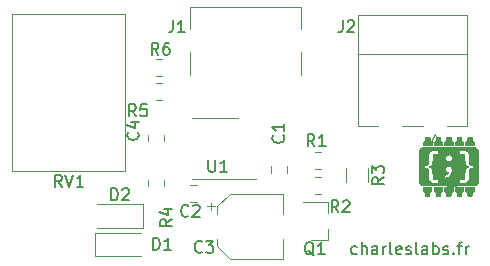
<source format=gbr>
G04 #@! TF.GenerationSoftware,KiCad,Pcbnew,5.1.6-c6e7f7d~86~ubuntu19.10.1*
G04 #@! TF.CreationDate,2020-05-21T11:58:36+02:00*
G04 #@! TF.ProjectId,Microscope_LED,4d696372-6f73-4636-9f70-655f4c45442e,rev?*
G04 #@! TF.SameCoordinates,Original*
G04 #@! TF.FileFunction,Legend,Top*
G04 #@! TF.FilePolarity,Positive*
%FSLAX46Y46*%
G04 Gerber Fmt 4.6, Leading zero omitted, Abs format (unit mm)*
G04 Created by KiCad (PCBNEW 5.1.6-c6e7f7d~86~ubuntu19.10.1) date 2020-05-21 11:58:36*
%MOMM*%
%LPD*%
G01*
G04 APERTURE LIST*
%ADD10C,0.150000*%
%ADD11C,0.120000*%
%ADD12C,0.010000*%
G04 APERTURE END LIST*
D10*
X45815809Y-41044761D02*
X45720571Y-41092380D01*
X45530095Y-41092380D01*
X45434857Y-41044761D01*
X45387238Y-40997142D01*
X45339619Y-40901904D01*
X45339619Y-40616190D01*
X45387238Y-40520952D01*
X45434857Y-40473333D01*
X45530095Y-40425714D01*
X45720571Y-40425714D01*
X45815809Y-40473333D01*
X46244380Y-41092380D02*
X46244380Y-40092380D01*
X46672952Y-41092380D02*
X46672952Y-40568571D01*
X46625333Y-40473333D01*
X46530095Y-40425714D01*
X46387238Y-40425714D01*
X46292000Y-40473333D01*
X46244380Y-40520952D01*
X47577714Y-41092380D02*
X47577714Y-40568571D01*
X47530095Y-40473333D01*
X47434857Y-40425714D01*
X47244380Y-40425714D01*
X47149142Y-40473333D01*
X47577714Y-41044761D02*
X47482476Y-41092380D01*
X47244380Y-41092380D01*
X47149142Y-41044761D01*
X47101523Y-40949523D01*
X47101523Y-40854285D01*
X47149142Y-40759047D01*
X47244380Y-40711428D01*
X47482476Y-40711428D01*
X47577714Y-40663809D01*
X48053904Y-41092380D02*
X48053904Y-40425714D01*
X48053904Y-40616190D02*
X48101523Y-40520952D01*
X48149142Y-40473333D01*
X48244380Y-40425714D01*
X48339619Y-40425714D01*
X48815809Y-41092380D02*
X48720571Y-41044761D01*
X48672952Y-40949523D01*
X48672952Y-40092380D01*
X49577714Y-41044761D02*
X49482476Y-41092380D01*
X49292000Y-41092380D01*
X49196761Y-41044761D01*
X49149142Y-40949523D01*
X49149142Y-40568571D01*
X49196761Y-40473333D01*
X49292000Y-40425714D01*
X49482476Y-40425714D01*
X49577714Y-40473333D01*
X49625333Y-40568571D01*
X49625333Y-40663809D01*
X49149142Y-40759047D01*
X50006285Y-41044761D02*
X50101523Y-41092380D01*
X50292000Y-41092380D01*
X50387238Y-41044761D01*
X50434857Y-40949523D01*
X50434857Y-40901904D01*
X50387238Y-40806666D01*
X50292000Y-40759047D01*
X50149142Y-40759047D01*
X50053904Y-40711428D01*
X50006285Y-40616190D01*
X50006285Y-40568571D01*
X50053904Y-40473333D01*
X50149142Y-40425714D01*
X50292000Y-40425714D01*
X50387238Y-40473333D01*
X51006285Y-41092380D02*
X50911047Y-41044761D01*
X50863428Y-40949523D01*
X50863428Y-40092380D01*
X51815809Y-41092380D02*
X51815809Y-40568571D01*
X51768190Y-40473333D01*
X51672952Y-40425714D01*
X51482476Y-40425714D01*
X51387238Y-40473333D01*
X51815809Y-41044761D02*
X51720571Y-41092380D01*
X51482476Y-41092380D01*
X51387238Y-41044761D01*
X51339619Y-40949523D01*
X51339619Y-40854285D01*
X51387238Y-40759047D01*
X51482476Y-40711428D01*
X51720571Y-40711428D01*
X51815809Y-40663809D01*
X52292000Y-41092380D02*
X52292000Y-40092380D01*
X52292000Y-40473333D02*
X52387238Y-40425714D01*
X52577714Y-40425714D01*
X52672952Y-40473333D01*
X52720571Y-40520952D01*
X52768190Y-40616190D01*
X52768190Y-40901904D01*
X52720571Y-40997142D01*
X52672952Y-41044761D01*
X52577714Y-41092380D01*
X52387238Y-41092380D01*
X52292000Y-41044761D01*
X53149142Y-41044761D02*
X53244380Y-41092380D01*
X53434857Y-41092380D01*
X53530095Y-41044761D01*
X53577714Y-40949523D01*
X53577714Y-40901904D01*
X53530095Y-40806666D01*
X53434857Y-40759047D01*
X53292000Y-40759047D01*
X53196761Y-40711428D01*
X53149142Y-40616190D01*
X53149142Y-40568571D01*
X53196761Y-40473333D01*
X53292000Y-40425714D01*
X53434857Y-40425714D01*
X53530095Y-40473333D01*
X54006285Y-40997142D02*
X54053904Y-41044761D01*
X54006285Y-41092380D01*
X53958666Y-41044761D01*
X54006285Y-40997142D01*
X54006285Y-41092380D01*
X54339619Y-40425714D02*
X54720571Y-40425714D01*
X54482476Y-41092380D02*
X54482476Y-40235238D01*
X54530095Y-40140000D01*
X54625333Y-40092380D01*
X54720571Y-40092380D01*
X55053904Y-41092380D02*
X55053904Y-40425714D01*
X55053904Y-40616190D02*
X55101523Y-40520952D01*
X55149142Y-40473333D01*
X55244380Y-40425714D01*
X55339619Y-40425714D01*
D11*
X29335252Y-24563000D02*
X28812748Y-24563000D01*
X29335252Y-25983000D02*
X28812748Y-25983000D01*
X29344252Y-26595000D02*
X28821748Y-26595000D01*
X29344252Y-28015000D02*
X28821748Y-28015000D01*
X41147000Y-20148000D02*
X31747000Y-20148000D01*
X31747000Y-25948000D02*
X31747000Y-23948000D01*
X31747000Y-22048000D02*
X31747000Y-20148000D01*
X41147000Y-25948000D02*
X41147000Y-23948000D01*
X41147000Y-22048000D02*
X41147000Y-20148000D01*
X55161000Y-30266000D02*
X55161000Y-20846000D01*
X55161000Y-20846000D02*
X45931000Y-20846000D01*
X45931000Y-20846000D02*
X45931000Y-30266000D01*
X55161000Y-30266000D02*
X53501000Y-30266000D01*
X45931000Y-30266000D02*
X47591000Y-30266000D01*
X51401000Y-30266000D02*
X49691000Y-30266000D01*
X55161000Y-24156000D02*
X45931000Y-24156000D01*
X52151000Y-31556000D02*
X52451000Y-30956000D01*
X52451000Y-30956000D02*
X52751000Y-31556000D01*
X52751000Y-31556000D02*
X52151000Y-31556000D01*
D12*
G36*
X55384480Y-31154077D02*
G01*
X55448400Y-31154138D01*
X55495391Y-31155808D01*
X55528052Y-31161309D01*
X55548984Y-31172867D01*
X55560785Y-31192708D01*
X55566056Y-31223057D01*
X55567396Y-31266137D01*
X55567384Y-31310627D01*
X55567384Y-31436762D01*
X55660446Y-31511613D01*
X55753507Y-31586464D01*
X55750811Y-31729289D01*
X55748115Y-31872115D01*
X55389096Y-31874678D01*
X55030077Y-31877240D01*
X55030098Y-31728139D01*
X55030120Y-31579038D01*
X55117615Y-31510653D01*
X55205110Y-31442269D01*
X55205516Y-31317711D01*
X55205847Y-31259928D01*
X55208166Y-31217640D01*
X55215116Y-31188431D01*
X55229338Y-31169884D01*
X55253475Y-31159586D01*
X55290168Y-31155120D01*
X55342058Y-31154071D01*
X55384480Y-31154077D01*
G37*
X55384480Y-31154077D02*
X55448400Y-31154138D01*
X55495391Y-31155808D01*
X55528052Y-31161309D01*
X55548984Y-31172867D01*
X55560785Y-31192708D01*
X55566056Y-31223057D01*
X55567396Y-31266137D01*
X55567384Y-31310627D01*
X55567384Y-31436762D01*
X55660446Y-31511613D01*
X55753507Y-31586464D01*
X55750811Y-31729289D01*
X55748115Y-31872115D01*
X55389096Y-31874678D01*
X55030077Y-31877240D01*
X55030098Y-31728139D01*
X55030120Y-31579038D01*
X55117615Y-31510653D01*
X55205110Y-31442269D01*
X55205516Y-31317711D01*
X55205847Y-31259928D01*
X55208166Y-31217640D01*
X55215116Y-31188431D01*
X55229338Y-31169884D01*
X55253475Y-31159586D01*
X55290168Y-31155120D01*
X55342058Y-31154071D01*
X55384480Y-31154077D01*
G36*
X54658137Y-31179817D02*
G01*
X54666829Y-31192898D01*
X54672635Y-31208570D01*
X54676121Y-31230852D01*
X54677851Y-31263761D01*
X54678391Y-31311316D01*
X54678406Y-31323913D01*
X54678428Y-31442269D01*
X54765923Y-31510653D01*
X54853418Y-31579038D01*
X54854230Y-31877000D01*
X54131307Y-31877000D01*
X54131714Y-31728019D01*
X54132120Y-31579038D01*
X54219615Y-31510653D01*
X54307109Y-31442269D01*
X54307131Y-31323913D01*
X54307488Y-31272664D01*
X54308913Y-31236929D01*
X54311972Y-31212690D01*
X54317228Y-31195929D01*
X54325249Y-31182628D01*
X54327401Y-31179817D01*
X54347648Y-31154077D01*
X54637889Y-31154077D01*
X54658137Y-31179817D01*
G37*
X54658137Y-31179817D02*
X54666829Y-31192898D01*
X54672635Y-31208570D01*
X54676121Y-31230852D01*
X54677851Y-31263761D01*
X54678391Y-31311316D01*
X54678406Y-31323913D01*
X54678428Y-31442269D01*
X54765923Y-31510653D01*
X54853418Y-31579038D01*
X54854230Y-31877000D01*
X54131307Y-31877000D01*
X54131714Y-31728019D01*
X54132120Y-31579038D01*
X54219615Y-31510653D01*
X54307109Y-31442269D01*
X54307131Y-31323913D01*
X54307488Y-31272664D01*
X54308913Y-31236929D01*
X54311972Y-31212690D01*
X54317228Y-31195929D01*
X54325249Y-31182628D01*
X54327401Y-31179817D01*
X54347648Y-31154077D01*
X54637889Y-31154077D01*
X54658137Y-31179817D01*
G36*
X53598884Y-31154077D02*
G01*
X53662368Y-31154150D01*
X53708938Y-31155883D01*
X53741210Y-31161542D01*
X53761800Y-31173394D01*
X53773323Y-31193706D01*
X53778395Y-31224745D01*
X53779631Y-31268779D01*
X53779615Y-31310730D01*
X53779615Y-31436968D01*
X53955461Y-31577768D01*
X53955461Y-31877000D01*
X53600512Y-31877000D01*
X53519088Y-31876826D01*
X53443887Y-31876333D01*
X53377132Y-31875560D01*
X53321046Y-31874547D01*
X53277852Y-31873335D01*
X53249774Y-31871962D01*
X53239051Y-31870487D01*
X53236716Y-31858868D01*
X53234752Y-31831399D01*
X53233324Y-31791767D01*
X53232596Y-31743662D01*
X53232538Y-31725015D01*
X53232538Y-31586055D01*
X53325346Y-31511409D01*
X53418153Y-31436762D01*
X53418153Y-31310627D01*
X53418239Y-31255637D01*
X53420240Y-31215298D01*
X53426772Y-31187344D01*
X53440450Y-31169508D01*
X53463890Y-31159527D01*
X53499708Y-31155134D01*
X53550519Y-31154063D01*
X53598884Y-31154077D01*
G37*
X53598884Y-31154077D02*
X53662368Y-31154150D01*
X53708938Y-31155883D01*
X53741210Y-31161542D01*
X53761800Y-31173394D01*
X53773323Y-31193706D01*
X53778395Y-31224745D01*
X53779631Y-31268779D01*
X53779615Y-31310730D01*
X53779615Y-31436968D01*
X53955461Y-31577768D01*
X53955461Y-31877000D01*
X53600512Y-31877000D01*
X53519088Y-31876826D01*
X53443887Y-31876333D01*
X53377132Y-31875560D01*
X53321046Y-31874547D01*
X53277852Y-31873335D01*
X53249774Y-31871962D01*
X53239051Y-31870487D01*
X53236716Y-31858868D01*
X53234752Y-31831399D01*
X53233324Y-31791767D01*
X53232596Y-31743662D01*
X53232538Y-31725015D01*
X53232538Y-31586055D01*
X53325346Y-31511409D01*
X53418153Y-31436762D01*
X53418153Y-31310627D01*
X53418239Y-31255637D01*
X53420240Y-31215298D01*
X53426772Y-31187344D01*
X53440450Y-31169508D01*
X53463890Y-31159527D01*
X53499708Y-31155134D01*
X53550519Y-31154063D01*
X53598884Y-31154077D01*
G36*
X52767037Y-31154168D02*
G01*
X52813731Y-31156037D01*
X52846237Y-31162071D01*
X52867226Y-31174658D01*
X52879369Y-31196189D01*
X52885336Y-31229051D01*
X52887799Y-31275633D01*
X52888925Y-31319943D01*
X52892120Y-31444744D01*
X52979549Y-31514748D01*
X53066979Y-31584753D01*
X53061577Y-31872115D01*
X52702557Y-31874678D01*
X52343538Y-31877240D01*
X52343944Y-31728139D01*
X52344351Y-31579038D01*
X52431845Y-31510653D01*
X52519340Y-31442269D01*
X52519362Y-31317711D01*
X52519477Y-31260692D01*
X52521525Y-31218728D01*
X52528101Y-31189515D01*
X52541796Y-31170748D01*
X52565204Y-31160123D01*
X52600918Y-31155336D01*
X52651529Y-31154083D01*
X52703485Y-31154077D01*
X52767037Y-31154168D01*
G37*
X52767037Y-31154168D02*
X52813731Y-31156037D01*
X52846237Y-31162071D01*
X52867226Y-31174658D01*
X52879369Y-31196189D01*
X52885336Y-31229051D01*
X52887799Y-31275633D01*
X52888925Y-31319943D01*
X52892120Y-31444744D01*
X52979549Y-31514748D01*
X53066979Y-31584753D01*
X53061577Y-31872115D01*
X52702557Y-31874678D01*
X52343538Y-31877240D01*
X52343944Y-31728139D01*
X52344351Y-31579038D01*
X52431845Y-31510653D01*
X52519340Y-31442269D01*
X52519362Y-31317711D01*
X52519477Y-31260692D01*
X52521525Y-31218728D01*
X52528101Y-31189515D01*
X52541796Y-31170748D01*
X52565204Y-31160123D01*
X52600918Y-31155336D01*
X52651529Y-31154083D01*
X52703485Y-31154077D01*
X52767037Y-31154168D01*
G36*
X51809442Y-31154077D02*
G01*
X51873224Y-31154180D01*
X51920090Y-31156050D01*
X51952651Y-31162025D01*
X51973520Y-31174444D01*
X51985311Y-31195646D01*
X51990635Y-31227970D01*
X51992107Y-31273753D01*
X51992252Y-31317711D01*
X51992658Y-31442269D01*
X52080153Y-31510653D01*
X52167648Y-31579038D01*
X52167692Y-31877000D01*
X51812743Y-31877000D01*
X51731319Y-31876826D01*
X51656118Y-31876333D01*
X51589363Y-31875560D01*
X51533277Y-31874547D01*
X51490083Y-31873335D01*
X51462005Y-31871962D01*
X51451282Y-31870487D01*
X51448953Y-31858872D01*
X51446992Y-31831397D01*
X51445564Y-31791737D01*
X51444831Y-31743569D01*
X51444769Y-31724259D01*
X51444769Y-31584545D01*
X51537577Y-31509898D01*
X51630384Y-31435251D01*
X51630384Y-31310832D01*
X51630407Y-31255536D01*
X51632227Y-31215036D01*
X51638468Y-31187033D01*
X51651754Y-31169229D01*
X51674712Y-31159327D01*
X51709965Y-31155028D01*
X51760139Y-31154036D01*
X51809442Y-31154077D01*
G37*
X51809442Y-31154077D02*
X51873224Y-31154180D01*
X51920090Y-31156050D01*
X51952651Y-31162025D01*
X51973520Y-31174444D01*
X51985311Y-31195646D01*
X51990635Y-31227970D01*
X51992107Y-31273753D01*
X51992252Y-31317711D01*
X51992658Y-31442269D01*
X52080153Y-31510653D01*
X52167648Y-31579038D01*
X52167692Y-31877000D01*
X51812743Y-31877000D01*
X51731319Y-31876826D01*
X51656118Y-31876333D01*
X51589363Y-31875560D01*
X51533277Y-31874547D01*
X51490083Y-31873335D01*
X51462005Y-31871962D01*
X51451282Y-31870487D01*
X51448953Y-31858872D01*
X51446992Y-31831397D01*
X51445564Y-31791737D01*
X51444831Y-31743569D01*
X51444769Y-31724259D01*
X51444769Y-31584545D01*
X51537577Y-31509898D01*
X51630384Y-31435251D01*
X51630384Y-31310832D01*
X51630407Y-31255536D01*
X51632227Y-31215036D01*
X51638468Y-31187033D01*
X51651754Y-31169229D01*
X51674712Y-31159327D01*
X51709965Y-31155028D01*
X51760139Y-31154036D01*
X51809442Y-31154077D01*
G36*
X53788075Y-32032617D02*
G01*
X53968348Y-32032731D01*
X54146367Y-32032918D01*
X54321040Y-32033178D01*
X54491279Y-32033510D01*
X54655993Y-32033915D01*
X54814094Y-32034393D01*
X54964492Y-32034944D01*
X55106096Y-32035567D01*
X55237817Y-32036264D01*
X55358566Y-32037032D01*
X55467252Y-32037874D01*
X55562787Y-32038789D01*
X55644080Y-32039776D01*
X55710042Y-32040836D01*
X55759583Y-32041969D01*
X55791613Y-32043174D01*
X55804329Y-32044270D01*
X55881386Y-32069241D01*
X55950983Y-32110413D01*
X56010110Y-32165246D01*
X56055760Y-32231199D01*
X56074476Y-32272467D01*
X56095194Y-32327842D01*
X56090038Y-35008038D01*
X56064390Y-35061769D01*
X56019464Y-35134266D01*
X55961091Y-35193004D01*
X55890762Y-35236812D01*
X55809972Y-35264521D01*
X55803807Y-35265861D01*
X55787679Y-35267189D01*
X55753145Y-35268429D01*
X55701290Y-35269581D01*
X55633198Y-35270646D01*
X55549954Y-35271623D01*
X55452642Y-35272515D01*
X55342347Y-35273322D01*
X55220152Y-35274044D01*
X55087143Y-35274682D01*
X54944403Y-35275238D01*
X54793018Y-35275711D01*
X54634071Y-35276102D01*
X54468647Y-35276413D01*
X54297831Y-35276643D01*
X54122706Y-35276794D01*
X53944357Y-35276866D01*
X53763869Y-35276861D01*
X53582325Y-35276778D01*
X53400811Y-35276618D01*
X53220411Y-35276383D01*
X53042209Y-35276072D01*
X52867289Y-35275688D01*
X52696737Y-35275229D01*
X52531635Y-35274698D01*
X52373070Y-35274094D01*
X52222124Y-35273419D01*
X52079883Y-35272673D01*
X51947431Y-35271857D01*
X51825853Y-35270972D01*
X51716232Y-35270018D01*
X51619653Y-35268997D01*
X51537201Y-35267908D01*
X51469960Y-35266753D01*
X51419014Y-35265532D01*
X51385448Y-35264246D01*
X51370399Y-35262908D01*
X51293887Y-35234815D01*
X51225638Y-35190922D01*
X51168594Y-35133807D01*
X51125696Y-35066046D01*
X51113659Y-35037894D01*
X51110750Y-35029947D01*
X51108129Y-35021781D01*
X51105781Y-35012386D01*
X51103691Y-35000757D01*
X51101843Y-34985884D01*
X51100223Y-34966761D01*
X51098817Y-34942380D01*
X51097608Y-34911732D01*
X51096582Y-34873810D01*
X51095724Y-34827607D01*
X51095019Y-34772115D01*
X51094451Y-34706326D01*
X51094007Y-34629232D01*
X51093670Y-34539826D01*
X51093427Y-34437099D01*
X51093261Y-34320045D01*
X51093158Y-34187655D01*
X51093103Y-34038922D01*
X51093081Y-33872838D01*
X51093077Y-33688395D01*
X51093077Y-33655000D01*
X51093078Y-33510055D01*
X51522923Y-33510055D01*
X51522923Y-33809714D01*
X51644361Y-33812953D01*
X51703284Y-33815386D01*
X51746660Y-33820062D01*
X51778465Y-33828489D01*
X51802676Y-33842176D01*
X51823269Y-33862630D01*
X51841852Y-33887858D01*
X51853004Y-33907561D01*
X51862118Y-33932051D01*
X51869377Y-33963296D01*
X51874966Y-34003265D01*
X51879069Y-34053926D01*
X51881870Y-34117249D01*
X51883553Y-34195201D01*
X51884302Y-34289752D01*
X51884384Y-34342500D01*
X51884611Y-34435595D01*
X51885358Y-34511585D01*
X51886724Y-34572898D01*
X51888811Y-34621966D01*
X51891719Y-34661215D01*
X51895546Y-34693075D01*
X51899819Y-34717238D01*
X51924564Y-34804651D01*
X51960170Y-34877086D01*
X52007679Y-34935404D01*
X52068134Y-34980468D01*
X52142578Y-35013137D01*
X52232051Y-35034275D01*
X52292358Y-35041689D01*
X52331701Y-35044347D01*
X52385071Y-35046772D01*
X52446954Y-35048776D01*
X52511839Y-35050167D01*
X52551134Y-35050637D01*
X52724538Y-35052000D01*
X52724538Y-34749153D01*
X52570673Y-34748920D01*
X52490981Y-34747907D01*
X52428158Y-34744594D01*
X52379592Y-34738168D01*
X52342670Y-34727816D01*
X52314780Y-34712723D01*
X52293308Y-34692077D01*
X52275642Y-34665063D01*
X52270640Y-34655488D01*
X52265295Y-34643446D01*
X52260942Y-34629340D01*
X52257420Y-34610948D01*
X52254570Y-34586048D01*
X52252233Y-34552417D01*
X52250248Y-34507832D01*
X52248456Y-34450071D01*
X52246947Y-34387293D01*
X53176995Y-34387293D01*
X53201615Y-34512742D01*
X53226235Y-34638190D01*
X53278083Y-34630060D01*
X53313658Y-34622883D01*
X53358404Y-34611662D01*
X53403027Y-34598740D01*
X53405792Y-34597868D01*
X53494772Y-34562878D01*
X53575683Y-34515930D01*
X53653295Y-34454039D01*
X53687046Y-34421884D01*
X53759884Y-34338047D01*
X53814496Y-34249236D01*
X53851537Y-34153760D01*
X53871661Y-34049926D01*
X53875522Y-33936042D01*
X53875467Y-33934485D01*
X53870044Y-33861330D01*
X53858682Y-33802997D01*
X53839993Y-33755311D01*
X53812594Y-33714094D01*
X53796211Y-33695663D01*
X53744010Y-33654622D01*
X53682594Y-33628192D01*
X53615847Y-33616486D01*
X53547654Y-33619619D01*
X53481899Y-33637703D01*
X53422465Y-33670854D01*
X53405909Y-33684228D01*
X53362030Y-33730629D01*
X53333828Y-33780727D01*
X53319312Y-33839187D01*
X53316211Y-33894346D01*
X53317585Y-33939070D01*
X53322375Y-33972095D01*
X53332166Y-34001173D01*
X53342440Y-34022551D01*
X53375762Y-34072462D01*
X53418634Y-34115485D01*
X53466764Y-34148492D01*
X53515856Y-34168357D01*
X53548729Y-34172769D01*
X53562567Y-34178815D01*
X53561096Y-34196898D01*
X53544336Y-34226940D01*
X53532942Y-34242836D01*
X53493016Y-34282157D01*
X53437435Y-34316642D01*
X53369853Y-34344431D01*
X53296038Y-34363281D01*
X53256573Y-34370722D01*
X53222531Y-34377345D01*
X53200139Y-34381935D01*
X53197440Y-34382541D01*
X53176995Y-34387293D01*
X52246947Y-34387293D01*
X52246697Y-34376913D01*
X52245085Y-34299769D01*
X52243089Y-34208185D01*
X52241070Y-34133889D01*
X52238886Y-34074627D01*
X52236394Y-34028148D01*
X52233452Y-33992201D01*
X52229919Y-33964534D01*
X52225653Y-33942895D01*
X52221655Y-33928538D01*
X52197868Y-33864225D01*
X52170915Y-33814002D01*
X52137782Y-33772419D01*
X52132029Y-33766526D01*
X52103493Y-33743078D01*
X52066146Y-33719143D01*
X52025789Y-33697750D01*
X51988225Y-33681927D01*
X51959255Y-33674702D01*
X51955788Y-33674546D01*
X51934619Y-33671932D01*
X51931207Y-33665002D01*
X51944607Y-33655092D01*
X51973870Y-33643536D01*
X51978884Y-33641954D01*
X52056539Y-33609119D01*
X52120593Y-33562430D01*
X52171470Y-33501460D01*
X52209594Y-33425783D01*
X52218199Y-33401414D01*
X52224012Y-33382045D01*
X52228737Y-33361874D01*
X52232545Y-33338484D01*
X52235607Y-33309459D01*
X52238096Y-33272384D01*
X52240183Y-33224843D01*
X52242038Y-33164419D01*
X52243833Y-33088696D01*
X52245251Y-33020000D01*
X52246781Y-32947976D01*
X53318781Y-32947976D01*
X53333075Y-33019862D01*
X53363048Y-33082774D01*
X53407656Y-33134909D01*
X53465859Y-33174466D01*
X53507770Y-33191707D01*
X53557115Y-33200962D01*
X53615074Y-33201580D01*
X53672996Y-33194067D01*
X53721653Y-33179185D01*
X53783428Y-33142519D01*
X53832262Y-33093888D01*
X53858394Y-33051635D01*
X53872068Y-33009555D01*
X53879951Y-32956856D01*
X53881828Y-32900675D01*
X53877483Y-32848149D01*
X53866703Y-32806415D01*
X53865828Y-32804366D01*
X53829931Y-32745978D01*
X53780474Y-32699022D01*
X53720658Y-32664885D01*
X53653680Y-32644951D01*
X53582739Y-32640606D01*
X53514517Y-32652199D01*
X53446522Y-32680999D01*
X53391532Y-32723310D01*
X53350946Y-32777565D01*
X53326160Y-32842197D01*
X53321207Y-32868920D01*
X53318781Y-32947976D01*
X52246781Y-32947976D01*
X52247241Y-32926351D01*
X52249319Y-32850114D01*
X52251799Y-32789162D01*
X52254998Y-32741369D01*
X52259231Y-32704609D01*
X52264814Y-32676756D01*
X52272061Y-32655684D01*
X52281290Y-32639266D01*
X52292814Y-32625378D01*
X52305644Y-32613071D01*
X52326164Y-32598199D01*
X52352286Y-32587057D01*
X52386806Y-32579189D01*
X52432519Y-32574138D01*
X52492221Y-32571450D01*
X52565788Y-32570669D01*
X52724538Y-32570615D01*
X52724538Y-32568752D01*
X54473230Y-32568752D01*
X54651519Y-32572333D01*
X54718208Y-32573976D01*
X54768381Y-32576051D01*
X54805059Y-32578856D01*
X54831263Y-32582688D01*
X54850014Y-32587844D01*
X54861465Y-32593007D01*
X54884498Y-32607887D01*
X54903352Y-32626557D01*
X54918425Y-32650964D01*
X54930114Y-32683055D01*
X54938817Y-32724776D01*
X54944931Y-32778076D01*
X54948852Y-32844900D01*
X54950980Y-32927195D01*
X54951709Y-33026910D01*
X54951719Y-33035302D01*
X54952163Y-33128453D01*
X54953537Y-33204770D01*
X54956155Y-33266946D01*
X54960329Y-33317674D01*
X54966369Y-33359649D01*
X54974590Y-33395564D01*
X54985302Y-33428114D01*
X54998818Y-33459991D01*
X55001615Y-33465954D01*
X55041515Y-33528098D01*
X55095795Y-33580052D01*
X55160698Y-33618890D01*
X55225461Y-33640291D01*
X55255140Y-33647671D01*
X55266199Y-33654353D01*
X55258504Y-33661875D01*
X55231917Y-33671776D01*
X55222423Y-33674766D01*
X55141599Y-33707983D01*
X55075822Y-33753237D01*
X55024243Y-33811204D01*
X55000102Y-33851692D01*
X54986495Y-33881648D01*
X54975616Y-33914128D01*
X54967184Y-33951630D01*
X54960917Y-33996656D01*
X54956534Y-34051707D01*
X54953753Y-34119283D01*
X54952294Y-34201884D01*
X54951889Y-34280230D01*
X54951201Y-34381894D01*
X54949195Y-34465973D01*
X54945482Y-34534399D01*
X54939669Y-34589102D01*
X54931365Y-34632015D01*
X54920180Y-34665068D01*
X54905720Y-34690194D01*
X54887596Y-34709324D01*
X54865416Y-34724389D01*
X54861465Y-34726551D01*
X54846144Y-34732921D01*
X54825303Y-34737770D01*
X54795955Y-34741394D01*
X54755110Y-34744089D01*
X54699781Y-34746152D01*
X54651519Y-34747363D01*
X54473230Y-34751296D01*
X54473230Y-35052000D01*
X54631980Y-35051748D01*
X54695506Y-35051022D01*
X54761373Y-35049201D01*
X54823055Y-35046533D01*
X54874028Y-35043266D01*
X54888227Y-35042017D01*
X54978469Y-35029543D01*
X55053080Y-35010576D01*
X55115246Y-34983889D01*
X55168151Y-34948255D01*
X55195004Y-34923850D01*
X55219792Y-34897802D01*
X55240605Y-34872153D01*
X55257822Y-34844933D01*
X55271827Y-34814174D01*
X55283000Y-34777908D01*
X55291723Y-34734166D01*
X55298376Y-34680979D01*
X55303342Y-34616379D01*
X55307002Y-34538397D01*
X55309738Y-34445064D01*
X55311930Y-34334412D01*
X55312189Y-34319008D01*
X55318269Y-33952363D01*
X55342956Y-33903816D01*
X55364671Y-33868615D01*
X55390775Y-33843186D01*
X55424556Y-33826154D01*
X55469305Y-33816148D01*
X55528309Y-33811794D01*
X55564570Y-33811307D01*
X55674846Y-33811307D01*
X55674846Y-33508461D01*
X55564570Y-33508461D01*
X55496961Y-33506440D01*
X55445301Y-33499467D01*
X55406333Y-33486180D01*
X55376801Y-33465218D01*
X55353446Y-33435217D01*
X55342692Y-33415653D01*
X55336447Y-33402853D01*
X55331335Y-33390520D01*
X55327207Y-33376585D01*
X55323911Y-33358976D01*
X55321296Y-33335623D01*
X55319210Y-33304454D01*
X55317504Y-33263398D01*
X55316025Y-33210385D01*
X55314624Y-33143344D01*
X55313148Y-33060203D01*
X55312062Y-32995577D01*
X55310189Y-32891891D01*
X55308193Y-32805581D01*
X55305831Y-32734482D01*
X55302863Y-32676432D01*
X55299048Y-32629268D01*
X55294144Y-32590827D01*
X55287911Y-32558945D01*
X55280107Y-32531460D01*
X55270492Y-32506207D01*
X55258823Y-32481026D01*
X55253531Y-32470497D01*
X55220481Y-32421856D01*
X55174435Y-32375858D01*
X55121643Y-32338502D01*
X55108751Y-32331533D01*
X55073896Y-32315276D01*
X55038662Y-32302338D01*
X55000110Y-32292273D01*
X54955299Y-32284639D01*
X54901288Y-32278990D01*
X54835138Y-32274883D01*
X54753907Y-32271875D01*
X54705250Y-32270609D01*
X54473230Y-32265172D01*
X54473230Y-32568752D01*
X52724538Y-32568752D01*
X52724538Y-32265054D01*
X52487634Y-32270658D01*
X52396495Y-32273309D01*
X52322045Y-32276790D01*
X52261439Y-32281518D01*
X52211833Y-32287914D01*
X52170382Y-32296395D01*
X52134241Y-32307380D01*
X52100565Y-32321288D01*
X52082024Y-32330355D01*
X52023073Y-32371068D01*
X51972497Y-32427290D01*
X51932193Y-32496095D01*
X51904054Y-32574561D01*
X51894658Y-32619461D01*
X51892116Y-32645176D01*
X51889794Y-32687412D01*
X51887774Y-32743154D01*
X51886141Y-32809386D01*
X51884979Y-32883091D01*
X51884372Y-32961252D01*
X51884305Y-32990692D01*
X51883919Y-33094453D01*
X51882678Y-33180686D01*
X51880211Y-33251394D01*
X51876144Y-33308581D01*
X51870105Y-33354250D01*
X51861723Y-33390407D01*
X51850624Y-33419053D01*
X51836436Y-33442194D01*
X51818788Y-33461834D01*
X51797306Y-33479975D01*
X51792738Y-33483434D01*
X51778621Y-33492154D01*
X51761064Y-33498218D01*
X51736104Y-33502249D01*
X51699775Y-33504873D01*
X51648116Y-33506714D01*
X51644361Y-33506816D01*
X51522923Y-33510055D01*
X51093078Y-33510055D01*
X51093079Y-33467322D01*
X51093097Y-33298175D01*
X51093145Y-33146551D01*
X51093239Y-33011442D01*
X51093393Y-32891841D01*
X51093622Y-32786740D01*
X51093942Y-32695131D01*
X51094367Y-32616007D01*
X51094912Y-32548359D01*
X51095593Y-32491180D01*
X51096424Y-32443462D01*
X51097420Y-32404198D01*
X51098597Y-32372380D01*
X51099969Y-32347000D01*
X51101551Y-32327051D01*
X51103358Y-32311524D01*
X51105406Y-32299412D01*
X51107709Y-32289708D01*
X51110283Y-32281403D01*
X51113142Y-32273489D01*
X51113659Y-32272105D01*
X51150258Y-32201236D01*
X51202057Y-32139944D01*
X51266016Y-32090793D01*
X51339101Y-32056344D01*
X51383670Y-32044270D01*
X51399753Y-32043002D01*
X51434285Y-32041807D01*
X51486176Y-32040684D01*
X51554336Y-32039634D01*
X51637675Y-32038657D01*
X51735105Y-32037753D01*
X51845535Y-32036921D01*
X51967875Y-32036162D01*
X52101037Y-32035476D01*
X52243930Y-32034863D01*
X52395464Y-32034322D01*
X52554550Y-32033854D01*
X52720099Y-32033459D01*
X52891020Y-32033137D01*
X53066224Y-32032887D01*
X53244621Y-32032711D01*
X53425122Y-32032607D01*
X53606636Y-32032575D01*
X53788075Y-32032617D01*
G37*
X53788075Y-32032617D02*
X53968348Y-32032731D01*
X54146367Y-32032918D01*
X54321040Y-32033178D01*
X54491279Y-32033510D01*
X54655993Y-32033915D01*
X54814094Y-32034393D01*
X54964492Y-32034944D01*
X55106096Y-32035567D01*
X55237817Y-32036264D01*
X55358566Y-32037032D01*
X55467252Y-32037874D01*
X55562787Y-32038789D01*
X55644080Y-32039776D01*
X55710042Y-32040836D01*
X55759583Y-32041969D01*
X55791613Y-32043174D01*
X55804329Y-32044270D01*
X55881386Y-32069241D01*
X55950983Y-32110413D01*
X56010110Y-32165246D01*
X56055760Y-32231199D01*
X56074476Y-32272467D01*
X56095194Y-32327842D01*
X56090038Y-35008038D01*
X56064390Y-35061769D01*
X56019464Y-35134266D01*
X55961091Y-35193004D01*
X55890762Y-35236812D01*
X55809972Y-35264521D01*
X55803807Y-35265861D01*
X55787679Y-35267189D01*
X55753145Y-35268429D01*
X55701290Y-35269581D01*
X55633198Y-35270646D01*
X55549954Y-35271623D01*
X55452642Y-35272515D01*
X55342347Y-35273322D01*
X55220152Y-35274044D01*
X55087143Y-35274682D01*
X54944403Y-35275238D01*
X54793018Y-35275711D01*
X54634071Y-35276102D01*
X54468647Y-35276413D01*
X54297831Y-35276643D01*
X54122706Y-35276794D01*
X53944357Y-35276866D01*
X53763869Y-35276861D01*
X53582325Y-35276778D01*
X53400811Y-35276618D01*
X53220411Y-35276383D01*
X53042209Y-35276072D01*
X52867289Y-35275688D01*
X52696737Y-35275229D01*
X52531635Y-35274698D01*
X52373070Y-35274094D01*
X52222124Y-35273419D01*
X52079883Y-35272673D01*
X51947431Y-35271857D01*
X51825853Y-35270972D01*
X51716232Y-35270018D01*
X51619653Y-35268997D01*
X51537201Y-35267908D01*
X51469960Y-35266753D01*
X51419014Y-35265532D01*
X51385448Y-35264246D01*
X51370399Y-35262908D01*
X51293887Y-35234815D01*
X51225638Y-35190922D01*
X51168594Y-35133807D01*
X51125696Y-35066046D01*
X51113659Y-35037894D01*
X51110750Y-35029947D01*
X51108129Y-35021781D01*
X51105781Y-35012386D01*
X51103691Y-35000757D01*
X51101843Y-34985884D01*
X51100223Y-34966761D01*
X51098817Y-34942380D01*
X51097608Y-34911732D01*
X51096582Y-34873810D01*
X51095724Y-34827607D01*
X51095019Y-34772115D01*
X51094451Y-34706326D01*
X51094007Y-34629232D01*
X51093670Y-34539826D01*
X51093427Y-34437099D01*
X51093261Y-34320045D01*
X51093158Y-34187655D01*
X51093103Y-34038922D01*
X51093081Y-33872838D01*
X51093077Y-33688395D01*
X51093077Y-33655000D01*
X51093078Y-33510055D01*
X51522923Y-33510055D01*
X51522923Y-33809714D01*
X51644361Y-33812953D01*
X51703284Y-33815386D01*
X51746660Y-33820062D01*
X51778465Y-33828489D01*
X51802676Y-33842176D01*
X51823269Y-33862630D01*
X51841852Y-33887858D01*
X51853004Y-33907561D01*
X51862118Y-33932051D01*
X51869377Y-33963296D01*
X51874966Y-34003265D01*
X51879069Y-34053926D01*
X51881870Y-34117249D01*
X51883553Y-34195201D01*
X51884302Y-34289752D01*
X51884384Y-34342500D01*
X51884611Y-34435595D01*
X51885358Y-34511585D01*
X51886724Y-34572898D01*
X51888811Y-34621966D01*
X51891719Y-34661215D01*
X51895546Y-34693075D01*
X51899819Y-34717238D01*
X51924564Y-34804651D01*
X51960170Y-34877086D01*
X52007679Y-34935404D01*
X52068134Y-34980468D01*
X52142578Y-35013137D01*
X52232051Y-35034275D01*
X52292358Y-35041689D01*
X52331701Y-35044347D01*
X52385071Y-35046772D01*
X52446954Y-35048776D01*
X52511839Y-35050167D01*
X52551134Y-35050637D01*
X52724538Y-35052000D01*
X52724538Y-34749153D01*
X52570673Y-34748920D01*
X52490981Y-34747907D01*
X52428158Y-34744594D01*
X52379592Y-34738168D01*
X52342670Y-34727816D01*
X52314780Y-34712723D01*
X52293308Y-34692077D01*
X52275642Y-34665063D01*
X52270640Y-34655488D01*
X52265295Y-34643446D01*
X52260942Y-34629340D01*
X52257420Y-34610948D01*
X52254570Y-34586048D01*
X52252233Y-34552417D01*
X52250248Y-34507832D01*
X52248456Y-34450071D01*
X52246947Y-34387293D01*
X53176995Y-34387293D01*
X53201615Y-34512742D01*
X53226235Y-34638190D01*
X53278083Y-34630060D01*
X53313658Y-34622883D01*
X53358404Y-34611662D01*
X53403027Y-34598740D01*
X53405792Y-34597868D01*
X53494772Y-34562878D01*
X53575683Y-34515930D01*
X53653295Y-34454039D01*
X53687046Y-34421884D01*
X53759884Y-34338047D01*
X53814496Y-34249236D01*
X53851537Y-34153760D01*
X53871661Y-34049926D01*
X53875522Y-33936042D01*
X53875467Y-33934485D01*
X53870044Y-33861330D01*
X53858682Y-33802997D01*
X53839993Y-33755311D01*
X53812594Y-33714094D01*
X53796211Y-33695663D01*
X53744010Y-33654622D01*
X53682594Y-33628192D01*
X53615847Y-33616486D01*
X53547654Y-33619619D01*
X53481899Y-33637703D01*
X53422465Y-33670854D01*
X53405909Y-33684228D01*
X53362030Y-33730629D01*
X53333828Y-33780727D01*
X53319312Y-33839187D01*
X53316211Y-33894346D01*
X53317585Y-33939070D01*
X53322375Y-33972095D01*
X53332166Y-34001173D01*
X53342440Y-34022551D01*
X53375762Y-34072462D01*
X53418634Y-34115485D01*
X53466764Y-34148492D01*
X53515856Y-34168357D01*
X53548729Y-34172769D01*
X53562567Y-34178815D01*
X53561096Y-34196898D01*
X53544336Y-34226940D01*
X53532942Y-34242836D01*
X53493016Y-34282157D01*
X53437435Y-34316642D01*
X53369853Y-34344431D01*
X53296038Y-34363281D01*
X53256573Y-34370722D01*
X53222531Y-34377345D01*
X53200139Y-34381935D01*
X53197440Y-34382541D01*
X53176995Y-34387293D01*
X52246947Y-34387293D01*
X52246697Y-34376913D01*
X52245085Y-34299769D01*
X52243089Y-34208185D01*
X52241070Y-34133889D01*
X52238886Y-34074627D01*
X52236394Y-34028148D01*
X52233452Y-33992201D01*
X52229919Y-33964534D01*
X52225653Y-33942895D01*
X52221655Y-33928538D01*
X52197868Y-33864225D01*
X52170915Y-33814002D01*
X52137782Y-33772419D01*
X52132029Y-33766526D01*
X52103493Y-33743078D01*
X52066146Y-33719143D01*
X52025789Y-33697750D01*
X51988225Y-33681927D01*
X51959255Y-33674702D01*
X51955788Y-33674546D01*
X51934619Y-33671932D01*
X51931207Y-33665002D01*
X51944607Y-33655092D01*
X51973870Y-33643536D01*
X51978884Y-33641954D01*
X52056539Y-33609119D01*
X52120593Y-33562430D01*
X52171470Y-33501460D01*
X52209594Y-33425783D01*
X52218199Y-33401414D01*
X52224012Y-33382045D01*
X52228737Y-33361874D01*
X52232545Y-33338484D01*
X52235607Y-33309459D01*
X52238096Y-33272384D01*
X52240183Y-33224843D01*
X52242038Y-33164419D01*
X52243833Y-33088696D01*
X52245251Y-33020000D01*
X52246781Y-32947976D01*
X53318781Y-32947976D01*
X53333075Y-33019862D01*
X53363048Y-33082774D01*
X53407656Y-33134909D01*
X53465859Y-33174466D01*
X53507770Y-33191707D01*
X53557115Y-33200962D01*
X53615074Y-33201580D01*
X53672996Y-33194067D01*
X53721653Y-33179185D01*
X53783428Y-33142519D01*
X53832262Y-33093888D01*
X53858394Y-33051635D01*
X53872068Y-33009555D01*
X53879951Y-32956856D01*
X53881828Y-32900675D01*
X53877483Y-32848149D01*
X53866703Y-32806415D01*
X53865828Y-32804366D01*
X53829931Y-32745978D01*
X53780474Y-32699022D01*
X53720658Y-32664885D01*
X53653680Y-32644951D01*
X53582739Y-32640606D01*
X53514517Y-32652199D01*
X53446522Y-32680999D01*
X53391532Y-32723310D01*
X53350946Y-32777565D01*
X53326160Y-32842197D01*
X53321207Y-32868920D01*
X53318781Y-32947976D01*
X52246781Y-32947976D01*
X52247241Y-32926351D01*
X52249319Y-32850114D01*
X52251799Y-32789162D01*
X52254998Y-32741369D01*
X52259231Y-32704609D01*
X52264814Y-32676756D01*
X52272061Y-32655684D01*
X52281290Y-32639266D01*
X52292814Y-32625378D01*
X52305644Y-32613071D01*
X52326164Y-32598199D01*
X52352286Y-32587057D01*
X52386806Y-32579189D01*
X52432519Y-32574138D01*
X52492221Y-32571450D01*
X52565788Y-32570669D01*
X52724538Y-32570615D01*
X52724538Y-32568752D01*
X54473230Y-32568752D01*
X54651519Y-32572333D01*
X54718208Y-32573976D01*
X54768381Y-32576051D01*
X54805059Y-32578856D01*
X54831263Y-32582688D01*
X54850014Y-32587844D01*
X54861465Y-32593007D01*
X54884498Y-32607887D01*
X54903352Y-32626557D01*
X54918425Y-32650964D01*
X54930114Y-32683055D01*
X54938817Y-32724776D01*
X54944931Y-32778076D01*
X54948852Y-32844900D01*
X54950980Y-32927195D01*
X54951709Y-33026910D01*
X54951719Y-33035302D01*
X54952163Y-33128453D01*
X54953537Y-33204770D01*
X54956155Y-33266946D01*
X54960329Y-33317674D01*
X54966369Y-33359649D01*
X54974590Y-33395564D01*
X54985302Y-33428114D01*
X54998818Y-33459991D01*
X55001615Y-33465954D01*
X55041515Y-33528098D01*
X55095795Y-33580052D01*
X55160698Y-33618890D01*
X55225461Y-33640291D01*
X55255140Y-33647671D01*
X55266199Y-33654353D01*
X55258504Y-33661875D01*
X55231917Y-33671776D01*
X55222423Y-33674766D01*
X55141599Y-33707983D01*
X55075822Y-33753237D01*
X55024243Y-33811204D01*
X55000102Y-33851692D01*
X54986495Y-33881648D01*
X54975616Y-33914128D01*
X54967184Y-33951630D01*
X54960917Y-33996656D01*
X54956534Y-34051707D01*
X54953753Y-34119283D01*
X54952294Y-34201884D01*
X54951889Y-34280230D01*
X54951201Y-34381894D01*
X54949195Y-34465973D01*
X54945482Y-34534399D01*
X54939669Y-34589102D01*
X54931365Y-34632015D01*
X54920180Y-34665068D01*
X54905720Y-34690194D01*
X54887596Y-34709324D01*
X54865416Y-34724389D01*
X54861465Y-34726551D01*
X54846144Y-34732921D01*
X54825303Y-34737770D01*
X54795955Y-34741394D01*
X54755110Y-34744089D01*
X54699781Y-34746152D01*
X54651519Y-34747363D01*
X54473230Y-34751296D01*
X54473230Y-35052000D01*
X54631980Y-35051748D01*
X54695506Y-35051022D01*
X54761373Y-35049201D01*
X54823055Y-35046533D01*
X54874028Y-35043266D01*
X54888227Y-35042017D01*
X54978469Y-35029543D01*
X55053080Y-35010576D01*
X55115246Y-34983889D01*
X55168151Y-34948255D01*
X55195004Y-34923850D01*
X55219792Y-34897802D01*
X55240605Y-34872153D01*
X55257822Y-34844933D01*
X55271827Y-34814174D01*
X55283000Y-34777908D01*
X55291723Y-34734166D01*
X55298376Y-34680979D01*
X55303342Y-34616379D01*
X55307002Y-34538397D01*
X55309738Y-34445064D01*
X55311930Y-34334412D01*
X55312189Y-34319008D01*
X55318269Y-33952363D01*
X55342956Y-33903816D01*
X55364671Y-33868615D01*
X55390775Y-33843186D01*
X55424556Y-33826154D01*
X55469305Y-33816148D01*
X55528309Y-33811794D01*
X55564570Y-33811307D01*
X55674846Y-33811307D01*
X55674846Y-33508461D01*
X55564570Y-33508461D01*
X55496961Y-33506440D01*
X55445301Y-33499467D01*
X55406333Y-33486180D01*
X55376801Y-33465218D01*
X55353446Y-33435217D01*
X55342692Y-33415653D01*
X55336447Y-33402853D01*
X55331335Y-33390520D01*
X55327207Y-33376585D01*
X55323911Y-33358976D01*
X55321296Y-33335623D01*
X55319210Y-33304454D01*
X55317504Y-33263398D01*
X55316025Y-33210385D01*
X55314624Y-33143344D01*
X55313148Y-33060203D01*
X55312062Y-32995577D01*
X55310189Y-32891891D01*
X55308193Y-32805581D01*
X55305831Y-32734482D01*
X55302863Y-32676432D01*
X55299048Y-32629268D01*
X55294144Y-32590827D01*
X55287911Y-32558945D01*
X55280107Y-32531460D01*
X55270492Y-32506207D01*
X55258823Y-32481026D01*
X55253531Y-32470497D01*
X55220481Y-32421856D01*
X55174435Y-32375858D01*
X55121643Y-32338502D01*
X55108751Y-32331533D01*
X55073896Y-32315276D01*
X55038662Y-32302338D01*
X55000110Y-32292273D01*
X54955299Y-32284639D01*
X54901288Y-32278990D01*
X54835138Y-32274883D01*
X54753907Y-32271875D01*
X54705250Y-32270609D01*
X54473230Y-32265172D01*
X54473230Y-32568752D01*
X52724538Y-32568752D01*
X52724538Y-32265054D01*
X52487634Y-32270658D01*
X52396495Y-32273309D01*
X52322045Y-32276790D01*
X52261439Y-32281518D01*
X52211833Y-32287914D01*
X52170382Y-32296395D01*
X52134241Y-32307380D01*
X52100565Y-32321288D01*
X52082024Y-32330355D01*
X52023073Y-32371068D01*
X51972497Y-32427290D01*
X51932193Y-32496095D01*
X51904054Y-32574561D01*
X51894658Y-32619461D01*
X51892116Y-32645176D01*
X51889794Y-32687412D01*
X51887774Y-32743154D01*
X51886141Y-32809386D01*
X51884979Y-32883091D01*
X51884372Y-32961252D01*
X51884305Y-32990692D01*
X51883919Y-33094453D01*
X51882678Y-33180686D01*
X51880211Y-33251394D01*
X51876144Y-33308581D01*
X51870105Y-33354250D01*
X51861723Y-33390407D01*
X51850624Y-33419053D01*
X51836436Y-33442194D01*
X51818788Y-33461834D01*
X51797306Y-33479975D01*
X51792738Y-33483434D01*
X51778621Y-33492154D01*
X51761064Y-33498218D01*
X51736104Y-33502249D01*
X51699775Y-33504873D01*
X51648116Y-33506714D01*
X51644361Y-33506816D01*
X51522923Y-33510055D01*
X51093078Y-33510055D01*
X51093079Y-33467322D01*
X51093097Y-33298175D01*
X51093145Y-33146551D01*
X51093239Y-33011442D01*
X51093393Y-32891841D01*
X51093622Y-32786740D01*
X51093942Y-32695131D01*
X51094367Y-32616007D01*
X51094912Y-32548359D01*
X51095593Y-32491180D01*
X51096424Y-32443462D01*
X51097420Y-32404198D01*
X51098597Y-32372380D01*
X51099969Y-32347000D01*
X51101551Y-32327051D01*
X51103358Y-32311524D01*
X51105406Y-32299412D01*
X51107709Y-32289708D01*
X51110283Y-32281403D01*
X51113142Y-32273489D01*
X51113659Y-32272105D01*
X51150258Y-32201236D01*
X51202057Y-32139944D01*
X51266016Y-32090793D01*
X51339101Y-32056344D01*
X51383670Y-32044270D01*
X51399753Y-32043002D01*
X51434285Y-32041807D01*
X51486176Y-32040684D01*
X51554336Y-32039634D01*
X51637675Y-32038657D01*
X51735105Y-32037753D01*
X51845535Y-32036921D01*
X51967875Y-32036162D01*
X52101037Y-32035476D01*
X52243930Y-32034863D01*
X52395464Y-32034322D01*
X52554550Y-32033854D01*
X52720099Y-32033459D01*
X52891020Y-32033137D01*
X53066224Y-32032887D01*
X53244621Y-32032711D01*
X53425122Y-32032607D01*
X53606636Y-32032575D01*
X53788075Y-32032617D01*
G36*
X55379327Y-35435322D02*
G01*
X55738346Y-35437884D01*
X55741046Y-35581462D01*
X55743747Y-35725039D01*
X55650681Y-35799893D01*
X55557615Y-35874748D01*
X55557615Y-36000127D01*
X55557538Y-36054573D01*
X55555573Y-36094598D01*
X55549121Y-36122418D01*
X55535583Y-36140246D01*
X55512357Y-36150299D01*
X55476844Y-36154789D01*
X55426445Y-36155931D01*
X55374710Y-36155923D01*
X55319111Y-36155693D01*
X55279625Y-36154723D01*
X55252829Y-36152593D01*
X55235303Y-36148882D01*
X55223622Y-36143170D01*
X55215692Y-36136384D01*
X55207519Y-36126327D01*
X55201959Y-36113004D01*
X55198504Y-36092736D01*
X55196644Y-36061847D01*
X55195871Y-36016659D01*
X55195747Y-35992288D01*
X55195341Y-35867730D01*
X55107846Y-35799346D01*
X55020351Y-35730961D01*
X55020307Y-35432759D01*
X55379327Y-35435322D01*
G37*
X55379327Y-35435322D02*
X55738346Y-35437884D01*
X55741046Y-35581462D01*
X55743747Y-35725039D01*
X55650681Y-35799893D01*
X55557615Y-35874748D01*
X55557615Y-36000127D01*
X55557538Y-36054573D01*
X55555573Y-36094598D01*
X55549121Y-36122418D01*
X55535583Y-36140246D01*
X55512357Y-36150299D01*
X55476844Y-36154789D01*
X55426445Y-36155931D01*
X55374710Y-36155923D01*
X55319111Y-36155693D01*
X55279625Y-36154723D01*
X55252829Y-36152593D01*
X55235303Y-36148882D01*
X55223622Y-36143170D01*
X55215692Y-36136384D01*
X55207519Y-36126327D01*
X55201959Y-36113004D01*
X55198504Y-36092736D01*
X55196644Y-36061847D01*
X55195871Y-36016659D01*
X55195747Y-35992288D01*
X55195341Y-35867730D01*
X55107846Y-35799346D01*
X55020351Y-35730961D01*
X55020307Y-35432759D01*
X55379327Y-35435322D01*
G36*
X54843649Y-35730961D02*
G01*
X54756154Y-35799346D01*
X54668659Y-35867730D01*
X54668637Y-35992288D01*
X54668523Y-36049307D01*
X54666474Y-36091271D01*
X54659898Y-36120484D01*
X54646203Y-36139251D01*
X54622795Y-36149876D01*
X54587082Y-36154663D01*
X54536470Y-36155916D01*
X54484514Y-36155923D01*
X54428012Y-36155740D01*
X54387724Y-36154916D01*
X54360325Y-36153031D01*
X54342491Y-36149670D01*
X54330899Y-36144414D01*
X54322223Y-36136848D01*
X54320879Y-36135390D01*
X54312918Y-36124013D01*
X54307320Y-36108026D01*
X54303536Y-36083785D01*
X54301022Y-36047645D01*
X54299228Y-35995961D01*
X54299074Y-35990057D01*
X54295879Y-35865256D01*
X54208450Y-35795251D01*
X54121020Y-35725246D01*
X54123722Y-35581565D01*
X54126423Y-35437884D01*
X54485442Y-35435322D01*
X54844461Y-35432759D01*
X54843649Y-35730961D01*
G37*
X54843649Y-35730961D02*
X54756154Y-35799346D01*
X54668659Y-35867730D01*
X54668637Y-35992288D01*
X54668523Y-36049307D01*
X54666474Y-36091271D01*
X54659898Y-36120484D01*
X54646203Y-36139251D01*
X54622795Y-36149876D01*
X54587082Y-36154663D01*
X54536470Y-36155916D01*
X54484514Y-36155923D01*
X54428012Y-36155740D01*
X54387724Y-36154916D01*
X54360325Y-36153031D01*
X54342491Y-36149670D01*
X54330899Y-36144414D01*
X54322223Y-36136848D01*
X54320879Y-36135390D01*
X54312918Y-36124013D01*
X54307320Y-36108026D01*
X54303536Y-36083785D01*
X54301022Y-36047645D01*
X54299228Y-35995961D01*
X54299074Y-35990057D01*
X54295879Y-35865256D01*
X54208450Y-35795251D01*
X54121020Y-35725246D01*
X54123722Y-35581565D01*
X54126423Y-35437884D01*
X54485442Y-35435322D01*
X54844461Y-35432759D01*
X54843649Y-35730961D01*
G36*
X53591557Y-35435322D02*
G01*
X53950577Y-35437884D01*
X53953273Y-35580710D01*
X53955969Y-35723535D01*
X53862907Y-35798386D01*
X53769846Y-35873237D01*
X53769846Y-35999372D01*
X53769760Y-36054362D01*
X53767759Y-36094701D01*
X53761227Y-36122656D01*
X53747549Y-36140491D01*
X53724109Y-36150472D01*
X53688291Y-36154866D01*
X53637480Y-36155937D01*
X53589115Y-36155923D01*
X53530600Y-36155456D01*
X53488421Y-36153855D01*
X53459395Y-36150813D01*
X53440338Y-36146027D01*
X53430096Y-36140715D01*
X53421181Y-36133344D01*
X53415108Y-36123609D01*
X53411335Y-36107972D01*
X53409319Y-36082898D01*
X53408517Y-36044852D01*
X53408384Y-35999269D01*
X53408384Y-35873031D01*
X53232538Y-35732231D01*
X53232538Y-35432759D01*
X53591557Y-35435322D01*
G37*
X53591557Y-35435322D02*
X53950577Y-35437884D01*
X53953273Y-35580710D01*
X53955969Y-35723535D01*
X53862907Y-35798386D01*
X53769846Y-35873237D01*
X53769846Y-35999372D01*
X53769760Y-36054362D01*
X53767759Y-36094701D01*
X53761227Y-36122656D01*
X53747549Y-36140491D01*
X53724109Y-36150472D01*
X53688291Y-36154866D01*
X53637480Y-36155937D01*
X53589115Y-36155923D01*
X53530600Y-36155456D01*
X53488421Y-36153855D01*
X53459395Y-36150813D01*
X53440338Y-36146027D01*
X53430096Y-36140715D01*
X53421181Y-36133344D01*
X53415108Y-36123609D01*
X53411335Y-36107972D01*
X53409319Y-36082898D01*
X53408517Y-36044852D01*
X53408384Y-35999269D01*
X53408384Y-35873031D01*
X53232538Y-35732231D01*
X53232538Y-35432759D01*
X53591557Y-35435322D01*
G36*
X53056286Y-35581980D02*
G01*
X53055879Y-35730961D01*
X52968384Y-35799346D01*
X52880890Y-35867730D01*
X52880868Y-35986086D01*
X52880511Y-36037335D01*
X52879086Y-36073071D01*
X52876028Y-36097310D01*
X52870771Y-36114071D01*
X52862751Y-36127371D01*
X52860598Y-36130182D01*
X52840351Y-36155923D01*
X52550110Y-36155923D01*
X52529862Y-36130182D01*
X52521170Y-36117101D01*
X52515364Y-36101429D01*
X52511878Y-36079147D01*
X52510148Y-36046238D01*
X52509608Y-35998683D01*
X52509593Y-35986086D01*
X52509571Y-35867730D01*
X52422076Y-35799346D01*
X52334581Y-35730961D01*
X52334175Y-35581980D01*
X52333769Y-35433000D01*
X53056692Y-35433000D01*
X53056286Y-35581980D01*
G37*
X53056286Y-35581980D02*
X53055879Y-35730961D01*
X52968384Y-35799346D01*
X52880890Y-35867730D01*
X52880868Y-35986086D01*
X52880511Y-36037335D01*
X52879086Y-36073071D01*
X52876028Y-36097310D01*
X52870771Y-36114071D01*
X52862751Y-36127371D01*
X52860598Y-36130182D01*
X52840351Y-36155923D01*
X52550110Y-36155923D01*
X52529862Y-36130182D01*
X52521170Y-36117101D01*
X52515364Y-36101429D01*
X52511878Y-36079147D01*
X52510148Y-36046238D01*
X52509608Y-35998683D01*
X52509593Y-35986086D01*
X52509571Y-35867730D01*
X52422076Y-35799346D01*
X52334581Y-35730961D01*
X52334175Y-35581980D01*
X52333769Y-35433000D01*
X53056692Y-35433000D01*
X53056286Y-35581980D01*
G36*
X52157879Y-35730961D02*
G01*
X52070384Y-35799346D01*
X51982889Y-35867730D01*
X51982483Y-35992288D01*
X51982153Y-36050071D01*
X51979833Y-36092359D01*
X51972883Y-36121569D01*
X51958661Y-36140115D01*
X51934524Y-36150413D01*
X51897832Y-36154879D01*
X51845941Y-36155929D01*
X51803519Y-36155923D01*
X51744590Y-36155471D01*
X51702022Y-36153916D01*
X51672656Y-36150960D01*
X51653329Y-36146306D01*
X51642327Y-36140715D01*
X51633409Y-36133341D01*
X51627335Y-36123600D01*
X51623562Y-36107955D01*
X51621547Y-36082868D01*
X51620747Y-36044802D01*
X51620615Y-35999372D01*
X51620615Y-35873237D01*
X51527553Y-35798386D01*
X51434492Y-35723535D01*
X51437188Y-35580710D01*
X51439884Y-35437884D01*
X51798903Y-35435322D01*
X52157923Y-35432759D01*
X52157879Y-35730961D01*
G37*
X52157879Y-35730961D02*
X52070384Y-35799346D01*
X51982889Y-35867730D01*
X51982483Y-35992288D01*
X51982153Y-36050071D01*
X51979833Y-36092359D01*
X51972883Y-36121569D01*
X51958661Y-36140115D01*
X51934524Y-36150413D01*
X51897832Y-36154879D01*
X51845941Y-36155929D01*
X51803519Y-36155923D01*
X51744590Y-36155471D01*
X51702022Y-36153916D01*
X51672656Y-36150960D01*
X51653329Y-36146306D01*
X51642327Y-36140715D01*
X51633409Y-36133341D01*
X51627335Y-36123600D01*
X51623562Y-36107955D01*
X51621547Y-36082868D01*
X51620747Y-36044802D01*
X51620615Y-35999372D01*
X51620615Y-35873237D01*
X51527553Y-35798386D01*
X51434492Y-35723535D01*
X51437188Y-35580710D01*
X51439884Y-35437884D01*
X51798903Y-35435322D01*
X52157923Y-35432759D01*
X52157879Y-35730961D01*
D11*
X44937000Y-33811936D02*
X44937000Y-35016064D01*
X46757000Y-33811936D02*
X46757000Y-35016064D01*
X27730000Y-38846000D02*
X27730000Y-36846000D01*
X27730000Y-36846000D02*
X23880000Y-36846000D01*
X27730000Y-38846000D02*
X23880000Y-38846000D01*
X23705000Y-39259000D02*
X27555000Y-39259000D01*
X23705000Y-41259000D02*
X27555000Y-41259000D01*
X23705000Y-39259000D02*
X23705000Y-41259000D01*
X33847000Y-34691000D02*
X37297000Y-34691000D01*
X33847000Y-34691000D02*
X31897000Y-34691000D01*
X33847000Y-29571000D02*
X35797000Y-29571000D01*
X33847000Y-29571000D02*
X31897000Y-29571000D01*
X26173000Y-20754000D02*
X16673000Y-20754000D01*
X26173000Y-34054000D02*
X26173000Y-20754000D01*
X16673000Y-34054000D02*
X26173000Y-34054000D01*
X16673000Y-20754000D02*
X16673000Y-34054000D01*
X28119000Y-34799748D02*
X28119000Y-35322252D01*
X29539000Y-34799748D02*
X29539000Y-35322252D01*
X42815252Y-32437000D02*
X42292748Y-32437000D01*
X42815252Y-33857000D02*
X42292748Y-33857000D01*
X42292748Y-36016000D02*
X42815252Y-36016000D01*
X42292748Y-34596000D02*
X42815252Y-34596000D01*
X43416000Y-39868000D02*
X41956000Y-39868000D01*
X43416000Y-36708000D02*
X41256000Y-36708000D01*
X43416000Y-36708000D02*
X43416000Y-37638000D01*
X43416000Y-39868000D02*
X43416000Y-38938000D01*
X28119000Y-30971748D02*
X28119000Y-31494252D01*
X29539000Y-30971748D02*
X29539000Y-31494252D01*
X33476500Y-36737500D02*
X33476500Y-37362500D01*
X33164000Y-37050000D02*
X33789000Y-37050000D01*
X34029000Y-40430563D02*
X35093437Y-41495000D01*
X34029000Y-37039437D02*
X35093437Y-35975000D01*
X34029000Y-37039437D02*
X34029000Y-37675000D01*
X34029000Y-40430563D02*
X34029000Y-39795000D01*
X35093437Y-41495000D02*
X39549000Y-41495000D01*
X35093437Y-35975000D02*
X39549000Y-35975000D01*
X39549000Y-35975000D02*
X39549000Y-37675000D01*
X39549000Y-41495000D02*
X39549000Y-39795000D01*
X31742748Y-36651000D02*
X32265252Y-36651000D01*
X31742748Y-35231000D02*
X32265252Y-35231000D01*
X38533000Y-33656748D02*
X38533000Y-34179252D01*
X39953000Y-33656748D02*
X39953000Y-34179252D01*
D10*
X29043333Y-24201380D02*
X28710000Y-23725190D01*
X28471904Y-24201380D02*
X28471904Y-23201380D01*
X28852857Y-23201380D01*
X28948095Y-23249000D01*
X28995714Y-23296619D01*
X29043333Y-23391857D01*
X29043333Y-23534714D01*
X28995714Y-23629952D01*
X28948095Y-23677571D01*
X28852857Y-23725190D01*
X28471904Y-23725190D01*
X29900476Y-23201380D02*
X29710000Y-23201380D01*
X29614761Y-23249000D01*
X29567142Y-23296619D01*
X29471904Y-23439476D01*
X29424285Y-23629952D01*
X29424285Y-24010904D01*
X29471904Y-24106142D01*
X29519523Y-24153761D01*
X29614761Y-24201380D01*
X29805238Y-24201380D01*
X29900476Y-24153761D01*
X29948095Y-24106142D01*
X29995714Y-24010904D01*
X29995714Y-23772809D01*
X29948095Y-23677571D01*
X29900476Y-23629952D01*
X29805238Y-23582333D01*
X29614761Y-23582333D01*
X29519523Y-23629952D01*
X29471904Y-23677571D01*
X29424285Y-23772809D01*
X27138333Y-29408380D02*
X26805000Y-28932190D01*
X26566904Y-29408380D02*
X26566904Y-28408380D01*
X26947857Y-28408380D01*
X27043095Y-28456000D01*
X27090714Y-28503619D01*
X27138333Y-28598857D01*
X27138333Y-28741714D01*
X27090714Y-28836952D01*
X27043095Y-28884571D01*
X26947857Y-28932190D01*
X26566904Y-28932190D01*
X28043095Y-28408380D02*
X27566904Y-28408380D01*
X27519285Y-28884571D01*
X27566904Y-28836952D01*
X27662142Y-28789333D01*
X27900238Y-28789333D01*
X27995476Y-28836952D01*
X28043095Y-28884571D01*
X28090714Y-28979809D01*
X28090714Y-29217904D01*
X28043095Y-29313142D01*
X27995476Y-29360761D01*
X27900238Y-29408380D01*
X27662142Y-29408380D01*
X27566904Y-29360761D01*
X27519285Y-29313142D01*
X30273666Y-21296380D02*
X30273666Y-22010666D01*
X30226047Y-22153523D01*
X30130809Y-22248761D01*
X29987952Y-22296380D01*
X29892714Y-22296380D01*
X31273666Y-22296380D02*
X30702238Y-22296380D01*
X30987952Y-22296380D02*
X30987952Y-21296380D01*
X30892714Y-21439238D01*
X30797476Y-21534476D01*
X30702238Y-21582095D01*
X44624666Y-21296380D02*
X44624666Y-22010666D01*
X44577047Y-22153523D01*
X44481809Y-22248761D01*
X44338952Y-22296380D01*
X44243714Y-22296380D01*
X45053238Y-21391619D02*
X45100857Y-21344000D01*
X45196095Y-21296380D01*
X45434190Y-21296380D01*
X45529428Y-21344000D01*
X45577047Y-21391619D01*
X45624666Y-21486857D01*
X45624666Y-21582095D01*
X45577047Y-21724952D01*
X45005619Y-22296380D01*
X45624666Y-22296380D01*
X48119380Y-34580666D02*
X47643190Y-34914000D01*
X48119380Y-35152095D02*
X47119380Y-35152095D01*
X47119380Y-34771142D01*
X47167000Y-34675904D01*
X47214619Y-34628285D01*
X47309857Y-34580666D01*
X47452714Y-34580666D01*
X47547952Y-34628285D01*
X47595571Y-34675904D01*
X47643190Y-34771142D01*
X47643190Y-35152095D01*
X47119380Y-34247333D02*
X47119380Y-33628285D01*
X47500333Y-33961619D01*
X47500333Y-33818761D01*
X47547952Y-33723523D01*
X47595571Y-33675904D01*
X47690809Y-33628285D01*
X47928904Y-33628285D01*
X48024142Y-33675904D01*
X48071761Y-33723523D01*
X48119380Y-33818761D01*
X48119380Y-34104476D01*
X48071761Y-34199714D01*
X48024142Y-34247333D01*
X25042904Y-36520380D02*
X25042904Y-35520380D01*
X25281000Y-35520380D01*
X25423857Y-35568000D01*
X25519095Y-35663238D01*
X25566714Y-35758476D01*
X25614333Y-35948952D01*
X25614333Y-36091809D01*
X25566714Y-36282285D01*
X25519095Y-36377523D01*
X25423857Y-36472761D01*
X25281000Y-36520380D01*
X25042904Y-36520380D01*
X25995285Y-35615619D02*
X26042904Y-35568000D01*
X26138142Y-35520380D01*
X26376238Y-35520380D01*
X26471476Y-35568000D01*
X26519095Y-35615619D01*
X26566714Y-35710857D01*
X26566714Y-35806095D01*
X26519095Y-35948952D01*
X25947666Y-36520380D01*
X26566714Y-36520380D01*
X28598904Y-40711380D02*
X28598904Y-39711380D01*
X28837000Y-39711380D01*
X28979857Y-39759000D01*
X29075095Y-39854238D01*
X29122714Y-39949476D01*
X29170333Y-40139952D01*
X29170333Y-40282809D01*
X29122714Y-40473285D01*
X29075095Y-40568523D01*
X28979857Y-40663761D01*
X28837000Y-40711380D01*
X28598904Y-40711380D01*
X30122714Y-40711380D02*
X29551285Y-40711380D01*
X29837000Y-40711380D02*
X29837000Y-39711380D01*
X29741761Y-39854238D01*
X29646523Y-39949476D01*
X29551285Y-39997095D01*
X33274095Y-33107380D02*
X33274095Y-33916904D01*
X33321714Y-34012142D01*
X33369333Y-34059761D01*
X33464571Y-34107380D01*
X33655047Y-34107380D01*
X33750285Y-34059761D01*
X33797904Y-34012142D01*
X33845523Y-33916904D01*
X33845523Y-33107380D01*
X34845523Y-34107380D02*
X34274095Y-34107380D01*
X34559809Y-34107380D02*
X34559809Y-33107380D01*
X34464571Y-33250238D01*
X34369333Y-33345476D01*
X34274095Y-33393095D01*
X20867761Y-35377380D02*
X20534428Y-34901190D01*
X20296333Y-35377380D02*
X20296333Y-34377380D01*
X20677285Y-34377380D01*
X20772523Y-34425000D01*
X20820142Y-34472619D01*
X20867761Y-34567857D01*
X20867761Y-34710714D01*
X20820142Y-34805952D01*
X20772523Y-34853571D01*
X20677285Y-34901190D01*
X20296333Y-34901190D01*
X21153476Y-34377380D02*
X21486809Y-35377380D01*
X21820142Y-34377380D01*
X22677285Y-35377380D02*
X22105857Y-35377380D01*
X22391571Y-35377380D02*
X22391571Y-34377380D01*
X22296333Y-34520238D01*
X22201095Y-34615476D01*
X22105857Y-34663095D01*
X30170380Y-38139666D02*
X29694190Y-38473000D01*
X30170380Y-38711095D02*
X29170380Y-38711095D01*
X29170380Y-38330142D01*
X29218000Y-38234904D01*
X29265619Y-38187285D01*
X29360857Y-38139666D01*
X29503714Y-38139666D01*
X29598952Y-38187285D01*
X29646571Y-38234904D01*
X29694190Y-38330142D01*
X29694190Y-38711095D01*
X29503714Y-37282523D02*
X30170380Y-37282523D01*
X29122761Y-37520619D02*
X29837047Y-37758714D01*
X29837047Y-37139666D01*
X44283333Y-37536380D02*
X43950000Y-37060190D01*
X43711904Y-37536380D02*
X43711904Y-36536380D01*
X44092857Y-36536380D01*
X44188095Y-36584000D01*
X44235714Y-36631619D01*
X44283333Y-36726857D01*
X44283333Y-36869714D01*
X44235714Y-36964952D01*
X44188095Y-37012571D01*
X44092857Y-37060190D01*
X43711904Y-37060190D01*
X44664285Y-36631619D02*
X44711904Y-36584000D01*
X44807142Y-36536380D01*
X45045238Y-36536380D01*
X45140476Y-36584000D01*
X45188095Y-36631619D01*
X45235714Y-36726857D01*
X45235714Y-36822095D01*
X45188095Y-36964952D01*
X44616666Y-37536380D01*
X45235714Y-37536380D01*
X42251333Y-31948380D02*
X41918000Y-31472190D01*
X41679904Y-31948380D02*
X41679904Y-30948380D01*
X42060857Y-30948380D01*
X42156095Y-30996000D01*
X42203714Y-31043619D01*
X42251333Y-31138857D01*
X42251333Y-31281714D01*
X42203714Y-31376952D01*
X42156095Y-31424571D01*
X42060857Y-31472190D01*
X41679904Y-31472190D01*
X43203714Y-31948380D02*
X42632285Y-31948380D01*
X42918000Y-31948380D02*
X42918000Y-30948380D01*
X42822761Y-31091238D01*
X42727523Y-31186476D01*
X42632285Y-31234095D01*
X42195761Y-41187619D02*
X42100523Y-41140000D01*
X42005285Y-41044761D01*
X41862428Y-40901904D01*
X41767190Y-40854285D01*
X41671952Y-40854285D01*
X41719571Y-41092380D02*
X41624333Y-41044761D01*
X41529095Y-40949523D01*
X41481476Y-40759047D01*
X41481476Y-40425714D01*
X41529095Y-40235238D01*
X41624333Y-40140000D01*
X41719571Y-40092380D01*
X41910047Y-40092380D01*
X42005285Y-40140000D01*
X42100523Y-40235238D01*
X42148142Y-40425714D01*
X42148142Y-40759047D01*
X42100523Y-40949523D01*
X42005285Y-41044761D01*
X41910047Y-41092380D01*
X41719571Y-41092380D01*
X43100523Y-41092380D02*
X42529095Y-41092380D01*
X42814809Y-41092380D02*
X42814809Y-40092380D01*
X42719571Y-40235238D01*
X42624333Y-40330476D01*
X42529095Y-40378095D01*
X27281142Y-30773666D02*
X27328761Y-30821285D01*
X27376380Y-30964142D01*
X27376380Y-31059380D01*
X27328761Y-31202238D01*
X27233523Y-31297476D01*
X27138285Y-31345095D01*
X26947809Y-31392714D01*
X26804952Y-31392714D01*
X26614476Y-31345095D01*
X26519238Y-31297476D01*
X26424000Y-31202238D01*
X26376380Y-31059380D01*
X26376380Y-30964142D01*
X26424000Y-30821285D01*
X26471619Y-30773666D01*
X26709714Y-29916523D02*
X27376380Y-29916523D01*
X26328761Y-30154619D02*
X27043047Y-30392714D01*
X27043047Y-29773666D01*
X32726333Y-40870142D02*
X32678714Y-40917761D01*
X32535857Y-40965380D01*
X32440619Y-40965380D01*
X32297761Y-40917761D01*
X32202523Y-40822523D01*
X32154904Y-40727285D01*
X32107285Y-40536809D01*
X32107285Y-40393952D01*
X32154904Y-40203476D01*
X32202523Y-40108238D01*
X32297761Y-40013000D01*
X32440619Y-39965380D01*
X32535857Y-39965380D01*
X32678714Y-40013000D01*
X32726333Y-40060619D01*
X33059666Y-39965380D02*
X33678714Y-39965380D01*
X33345380Y-40346333D01*
X33488238Y-40346333D01*
X33583476Y-40393952D01*
X33631095Y-40441571D01*
X33678714Y-40536809D01*
X33678714Y-40774904D01*
X33631095Y-40870142D01*
X33583476Y-40917761D01*
X33488238Y-40965380D01*
X33202523Y-40965380D01*
X33107285Y-40917761D01*
X33059666Y-40870142D01*
X31583333Y-37822142D02*
X31535714Y-37869761D01*
X31392857Y-37917380D01*
X31297619Y-37917380D01*
X31154761Y-37869761D01*
X31059523Y-37774523D01*
X31011904Y-37679285D01*
X30964285Y-37488809D01*
X30964285Y-37345952D01*
X31011904Y-37155476D01*
X31059523Y-37060238D01*
X31154761Y-36965000D01*
X31297619Y-36917380D01*
X31392857Y-36917380D01*
X31535714Y-36965000D01*
X31583333Y-37012619D01*
X31964285Y-37012619D02*
X32011904Y-36965000D01*
X32107142Y-36917380D01*
X32345238Y-36917380D01*
X32440476Y-36965000D01*
X32488095Y-37012619D01*
X32535714Y-37107857D01*
X32535714Y-37203095D01*
X32488095Y-37345952D01*
X31916666Y-37917380D01*
X32535714Y-37917380D01*
X39600142Y-31027666D02*
X39647761Y-31075285D01*
X39695380Y-31218142D01*
X39695380Y-31313380D01*
X39647761Y-31456238D01*
X39552523Y-31551476D01*
X39457285Y-31599095D01*
X39266809Y-31646714D01*
X39123952Y-31646714D01*
X38933476Y-31599095D01*
X38838238Y-31551476D01*
X38743000Y-31456238D01*
X38695380Y-31313380D01*
X38695380Y-31218142D01*
X38743000Y-31075285D01*
X38790619Y-31027666D01*
X39695380Y-30075285D02*
X39695380Y-30646714D01*
X39695380Y-30361000D02*
X38695380Y-30361000D01*
X38838238Y-30456238D01*
X38933476Y-30551476D01*
X38981095Y-30646714D01*
M02*

</source>
